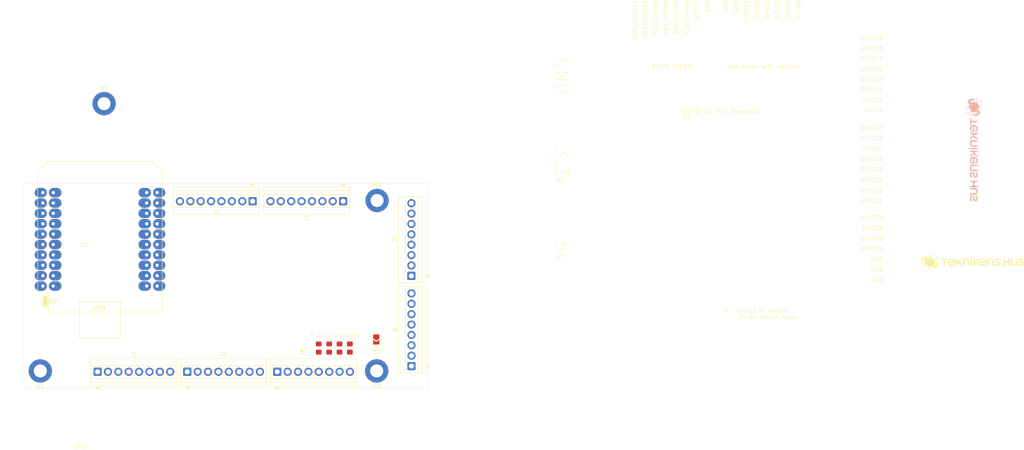
<source format=kicad_pcb>
(kicad_pcb (version 20241229) (generator "pcbnew") (generator_version "9.0")
  (layers (0 "F.Cu" signal) (4 "In1.Cu" signal) (6 "In2.Cu" signal) (2 "B.Cu" signal) (13 "F.Paste" user) (15 "B.Paste" user) (5 "F.SilkS" user "F.Silkscreen") (7 "B.SilkS" user "B.Silkscreen") (1 "F.Mask" user) (3 "B.Mask" user) (25 "Edge.Cuts" user))
  (net 0 "")
  (net 3 "/GPIO5")
  (net 4 "/GPIO3")
  (net 5 "/GPIO0")
  (net 6 "/GPIO12")
  (net 7 "/GPIO1")
  (net 8 "GND")
  (net 9 "/GPIO2")
  (net 10 "/GPIO32")
  (net 11 "/GPIO21")
  (net 12 "/GPIO25")
  (net 13 "/GPIO23")
  (net 14 "/GPIO33")
  (net 15 "/GPIO26")
  (net 16 "/GPIO22")
  (net 17 "/GPIO27")
  (net 18 "/GPIO19")
  (net 19 "/GPIO15")
  (net 20 "/GPIO17")
  (net 21 "/GPIO18")
  (net 22 "/GPIO13")
  (net 23 "/GPIO4")
  (net 24 "/GPIO14")
  (net 25 "/GPIO16")
  (net 26 "/RST")
  (net 27 "+3.3V")
  (net 28 "+5V")
  (net 29 "/GPIO36")
  (net 30 "/GPIO34")
  (net 31 "/GPIO39")
  (net 32 "/GPIO35")
  (net 33 "Net-(JP1-B)")
  (footprint "TerminalBlock:TerminalBlock_Xinya_XY308-2.54-8P_1x08_P2.54mm_Horizontal" (layer "F.Cu") (at 42.21 132.8)
    (property "Reference" "J3" (at 8.89 -4.22 90) (layer "F.SilkS"))
    (property "Value" "Screw_Terminal_Good")
    (pad "1" thru_hole roundrect (at 0 0) (size 2 2) (drill 1.2) (layers "*.Cu" "*.Mask") (roundrect_rratio 0.125) (net 19 "/GPIO15"))
    (pad "2" thru_hole circle (at 2.54 0) (size 2 2) (drill 1.2) (layers "*.Cu" "*.Mask") (net 25 "/GPIO16"))
    (pad "3" thru_hole circle (at 5.08 0) (size 2 2) (drill 1.2) (layers "*.Cu" "*.Mask") (net 20 "/GPIO17"))
    (pad "4" thru_hole circle (at 7.62 0) (size 2 2) (drill 1.2) (layers "*.Cu" "*.Mask") (net 11 "/GPIO21"))
    (pad "5" thru_hole circle (at 10.16 0) (size 2 2) (drill 1.2) (layers "*.Cu" "*.Mask") (net 16 "/GPIO22"))
    (pad "6" thru_hole circle (at 12.7 0) (size 2 2) (drill 1.2) (layers "*.Cu" "*.Mask") (net 23 "/GPIO4"))
    (pad "7" thru_hole circle (at 15.24 0) (size 2 2) (drill 1.2) (layers "*.Cu" "*.Mask") (net 10 "/GPIO32"))
    (pad "8" thru_hole circle (at 17.78 0) (size 2 2) (drill 1.2) (layers "*.Cu" "*.Mask") (net 12 "/GPIO25"))
  )
  (footprint "Resistor_SMD:R_0805_2012Metric_Pad1.20x1.40mm_HandSolder" (layer "F.Cu") (at 96.32 127 -90)
    (property "Reference" "R4" (hide yes))
    (property "Value" "R 10K" (hide yes))
    (pad "1" smd roundrect (at -1 0 270) (size 1.2 1.4) (layers "F.Cu" "F.Mask" "F.Paste") (roundrect_rratio 0.208333) (net 27 "+3.3V"))
    (pad "2" smd roundrect (at 1 0 270) (size 1.2 1.4) (layers "F.Cu" "F.Mask" "F.Paste") (roundrect_rratio 0.208333) (net 30 "/GPIO34"))
  )
  (footprint "Jumper:SolderJumper-2_P1.3mm_Open_TrianglePad1.0x1.5mm" (layer "F.Cu") (at 110.4 124.9 -90)
    (property "Reference" "JP1" (at 2.675 0 180) (layer "F.SilkS"))
    (property "Value" "SolderJumper_2_Open")
    (pad "1" smd custom (at -0.725 0 270) (size 0.3 0.3) (layers "F.Cu" "F.Mask") (net 28 "+5V") (options (clearance outline) (anchor rect)) (primitives (gr_poly (pts (xy 1 0) (xy 0.5 0.75) (xy -0.5 0.75) (xy -0.5 -0.75) (xy 0.5 -0.75)) (width 0) (fill yes))))
    (pad "2" smd custom (at 0.725 0 270) (size 0.3 0.3) (layers "F.Cu" "F.Mask") (net 33 "Net-(JP1-B)") (options (clearance outline) (anchor rect)) (primitives (gr_poly (pts (xy 0.5 0.75) (xy -0.65 0.75) (xy -0.15 0) (xy -0.65 -0.75) (xy 0.5 -0.75)) (width 0) (fill yes))))
  )
  (footprint "Resistor_SMD:R_0805_2012Metric_Pad1.20x1.40mm_HandSolder" (layer "F.Cu") (at 98.86 127 -90)
    (property "Reference" "R3" (hide yes))
    (property "Value" "R 10K" (hide yes))
    (pad "1" smd roundrect (at -1 0 270) (size 1.2 1.4) (layers "F.Cu" "F.Mask" "F.Paste") (roundrect_rratio 0.208333) (net 27 "+3.3V"))
    (pad "2" smd roundrect (at 1 0 270) (size 1.2 1.4) (layers "F.Cu" "F.Mask" "F.Paste") (roundrect_rratio 0.208333) (net 32 "/GPIO35"))
  )
  (footprint "MountingHole:MountingHole_3.2mm_M3_ISO7380_Pad_TopBottom" (layer "F.Cu") (at 110.6 90.9)
    (property "Reference" "H2" (at 0 -3.8 0) (layer "F.SilkS"))
    (property "Value" "MountingHole_Pad GND")
    (pad "1" thru_hole circle (at 0 0) (size 3.6 3.6) (drill 3.2) (layers "*.Cu" "*.Mask") (net 8 "GND"))
    (pad "1" connect circle (at 0 0) (size 5.7 5.7) (layers "F.Cu" "F.Mask") (net 8 "GND"))
    (pad "1" connect circle (at 0 0) (size 5.7 5.7) (layers "B.Cu" "B.Mask") (net 8 "GND"))
  )
  (footprint "TerminalBlock:TerminalBlock_Xinya_XY308-2.54-8P_1x08_P2.54mm_Horizontal" (layer "F.Cu") (at 86.18 132.8)
    (property "Reference" "J8" (at 6.2 -4.7 90) (layer "F.SilkS"))
    (property "Value" "Screw_Terminal_ExternalPullup")
    (pad "1" thru_hole roundrect (at 0 0) (size 2 2) (drill 1.2) (layers "*.Cu" "*.Mask") (roundrect_rratio 0.125) (net 8 "GND"))
    (pad "2" thru_hole circle (at 2.54 0) (size 2 2) (drill 1.2) (layers "*.Cu" "*.Mask") (net 8 "GND"))
    (pad "3" thru_hole circle (at 5.08 0) (size 2 2) (drill 1.2) (layers "*.Cu" "*.Mask") (net 8 "GND"))
    (pad "4" thru_hole circle (at 7.62 0) (size 2 2) (drill 1.2) (layers "*.Cu" "*.Mask") (net 8 "GND"))
    (pad "5" thru_hole circle (at 10.16 0) (size 2 2) (drill 1.2) (layers "*.Cu" "*.Mask") (net 30 "/GPIO34"))
    (pad "6" thru_hole circle (at 12.7 0) (size 2 2) (drill 1.2) (layers "*.Cu" "*.Mask") (net 32 "/GPIO35"))
    (pad "7" thru_hole circle (at 15.24 0) (size 2 2) (drill 1.2) (layers "*.Cu" "*.Mask") (net 29 "/GPIO36"))
    (pad "8" thru_hole circle (at 17.78 0) (size 2 2) (drill 1.2) (layers "*.Cu" "*.Mask") (net 31 "/GPIO39"))
  )
  (footprint "Graphics:teknikenshus-text-logo" (layer "F.Cu") (at 256.3 105.9895)
    (property "Reference" "G***" (hide yes))
    (property "Value" "LOGO" (hide yes))
  )
  (footprint "MountingHole:MountingHole_3.2mm_M3_ISO7380_Pad_TopBottom" (layer "F.Cu") (at 43.8 67.2)
    (property "Reference" "H1" (at 0 -3.8 0) (layer "F.SilkS"))
    (property "Value" "MountingHole_Pad GND")
    (pad "1" thru_hole circle (at 0 0) (size 3.6 3.6) (drill 3.2) (layers "*.Cu" "*.Mask") (net 8 "GND"))
    (pad "1" connect circle (at 0 0) (size 5.7 5.7) (layers "F.Cu" "F.Mask") (net 8 "GND"))
    (pad "1" connect circle (at 0 0) (size 5.7 5.7) (layers "B.Cu" "B.Mask") (net 8 "GND"))
  )
  (footprint "TerminalBlock:TerminalBlock_Xinya_XY308-2.54-8P_1x08_P2.54mm_Horizontal" (layer "F.Cu") (at 102.29 91.0825 180)
    (property "Reference" "J7" (at 8.89 -4.22 90) (layer "F.SilkS"))
    (property "Value" "Screw_Terminal GND")
    (pad "1" thru_hole roundrect (at 0 0 180) (size 2 2) (drill 1.2) (layers "*.Cu" "*.Mask") (roundrect_rratio 0.125) (net 8 "GND"))
    (pad "2" thru_hole circle (at 2.54 0 180) (size 2 2) (drill 1.2) (layers "*.Cu" "*.Mask") (net 8 "GND"))
    (pad "3" thru_hole circle (at 5.08 0 180) (size 2 2) (drill 1.2) (layers "*.Cu" "*.Mask") (net 8 "GND"))
    (pad "4" thru_hole circle (at 7.62 0 180) (size 2 2) (drill 1.2) (layers "*.Cu" "*.Mask") (net 8 "GND"))
    (pad "5" thru_hole circle (at 10.16 0 180) (size 2 2) (drill 1.2) (layers "*.Cu" "*.Mask") (net 8 "GND"))
    (pad "6" thru_hole circle (at 12.7 0 180) (size 2 2) (drill 1.2) (layers "*.Cu" "*.Mask") (net 8 "GND"))
    (pad "7" thru_hole circle (at 15.24 0 180) (size 2 2) (drill 1.2) (layers "*.Cu" "*.Mask") (net 8 "GND"))
    (pad "8" thru_hole circle (at 17.78 0 180) (size 2 2) (drill 1.2) (layers "*.Cu" "*.Mask") (net 8 "GND"))
  )
  (footprint "MountingHole:MountingHole_3.2mm_M3_ISO7380_Pad_TopBottom" (layer "F.Cu") (at 110.5 132.6)
    (property "Reference" "H3" (at 0 3.9 0) (layer "F.SilkS"))
    (property "Value" "MountingHole_Pad Opt 5V")
    (pad "1" thru_hole circle (at 0 0) (size 3.6 3.6) (drill 3.2) (layers "*.Cu" "*.Mask") (net 33 "Net-(JP1-B)"))
    (pad "1" connect circle (at 0 0) (size 5.7 5.7) (layers "F.Cu" "F.Mask") (net 33 "Net-(JP1-B)"))
    (pad "1" connect circle (at 0 0) (size 5.7 5.7) (layers "B.Cu" "B.Mask") (net 33 "Net-(JP1-B)"))
  )
  (footprint "TerminalBlock:TerminalBlock_Xinya_XY308-2.54-8P_1x08_P2.54mm_Horizontal" (layer "F.Cu") (at 119 109.34 90)
    (property "Reference" "J5" (at 8.89 -4.22 0) (layer "F.SilkS"))
    (property "Value" "Screw_Terminal 3.3V")
    (pad "1" thru_hole roundrect (at 0 0 90) (size 2 2) (drill 1.2) (layers "*.Cu" "*.Mask") (roundrect_rratio 0.125) (net 27 "+3.3V"))
    (pad "2" thru_hole circle (at 2.54 0 90) (size 2 2) (drill 1.2) (layers "*.Cu" "*.Mask") (net 27 "+3.3V"))
    (pad "3" thru_hole circle (at 5.08 0 90) (size 2 2) (drill 1.2) (layers "*.Cu" "*.Mask") (net 27 "+3.3V"))
    (pad "4" thru_hole circle (at 7.62 0 90) (size 2 2) (drill 1.2) (layers "*.Cu" "*.Mask") (net 27 "+3.3V"))
    (pad "5" thru_hole circle (at 10.16 0 90) (size 2 2) (drill 1.2) (layers "*.Cu" "*.Mask") (net 27 "+3.3V"))
    (pad "6" thru_hole circle (at 12.7 0 90) (size 2 2) (drill 1.2) (layers "*.Cu" "*.Mask") (net 27 "+3.3V"))
    (pad "7" thru_hole circle (at 15.24 0 90) (size 2 2) (drill 1.2) (layers "*.Cu" "*.Mask") (net 27 "+3.3V"))
    (pad "8" thru_hole circle (at 17.78 0 90) (size 2 2) (drill 1.2) (layers "*.Cu" "*.Mask") (net 27 "+3.3V"))
  )
  (footprint "MountingHole:MountingHole_3.2mm_M3_ISO7380_Pad_TopBottom" (layer "F.Cu") (at 28.2 132.6)
    (property "Reference" "H4" (at 0 4 0) (layer "F.SilkS"))
    (property "Value" "MountingHole_Pad Opt 5V")
    (pad "1" thru_hole circle (at 0 0) (size 3.6 3.6) (drill 3.2) (layers "*.Cu" "*.Mask") (net 33 "Net-(JP1-B)"))
    (pad "1" connect circle (at 0 0) (size 5.7 5.7) (layers "F.Cu" "F.Mask") (net 33 "Net-(JP1-B)"))
    (pad "1" connect circle (at 0 0) (size 5.7 5.7) (layers "B.Cu" "B.Mask") (net 33 "Net-(JP1-B)"))
  )
  (footprint "TerminalBlock:TerminalBlock_Xinya_XY308-2.54-8P_1x08_P2.54mm_Horizontal" (layer "F.Cu") (at 80.14 91.0825 180)
    (property "Reference" "J1" (at 8.89 -2.4 0) (layer "F.SilkS"))
    (property "Value" "Screw_Terminal_Caution")
    (pad "1" thru_hole roundrect (at 0 0 180) (size 2 2) (drill 1.2) (layers "*.Cu" "*.Mask") (roundrect_rratio 0.125) (net 5 "/GPIO0"))
    (pad "2" thru_hole circle (at 2.54 0 180) (size 2 2) (drill 1.2) (layers "*.Cu" "*.Mask") (net 7 "/GPIO1"))
    (pad "3" thru_hole circle (at 5.08 0 180) (size 2 2) (drill 1.2) (layers "*.Cu" "*.Mask") (net 9 "/GPIO2"))
    (pad "4" thru_hole circle (at 7.62 0 180) (size 2 2) (drill 1.2) (layers "*.Cu" "*.Mask") (net 4 "/GPIO3"))
    (pad "5" thru_hole circle (at 10.16 0 180) (size 2 2) (drill 1.2) (layers "*.Cu" "*.Mask") (net 3 "/GPIO5"))
    (pad "6" thru_hole circle (at 12.7 0 180) (size 2 2) (drill 1.2) (layers "*.Cu" "*.Mask") (net 6 "/GPIO12"))
    (pad "7" thru_hole circle (at 15.24 0 180) (size 2 2) (drill 1.2) (layers "*.Cu" "*.Mask") (net 26 "/RST"))
    (pad "8" thru_hole circle (at 17.78 0 180) (size 2 2) (drill 1.2) (layers "*.Cu" "*.Mask") (net 8 "GND"))
  )
  (footprint "TerminalBlock:TerminalBlock_Xinya_XY308-2.54-8P_1x08_P2.54mm_Horizontal" (layer "F.Cu") (at 64.16 132.8)
    (property "Reference" "J2" (at 8.89 -4.22 90) (layer "F.SilkS"))
    (property "Value" "Screw_Terminal_Good")
    (pad "1" thru_hole roundrect (at 0 0) (size 2 2) (drill 1.2) (layers "*.Cu" "*.Mask") (roundrect_rratio 0.125) (net 17 "/GPIO27"))
    (pad "2" thru_hole circle (at 2.54 0) (size 2 2) (drill 1.2) (layers "*.Cu" "*.Mask") (net 22 "/GPIO13"))
    (pad "3" thru_hole circle (at 5.08 0) (size 2 2) (drill 1.2) (layers "*.Cu" "*.Mask") (net 13 "/GPIO23"))
    (pad "4" thru_hole circle (at 7.62 0) (size 2 2) (drill 1.2) (layers "*.Cu" "*.Mask") (net 18 "/GPIO19"))
    (pad "5" thru_hole circle (at 10.16 0) (size 2 2) (drill 1.2) (layers "*.Cu" "*.Mask") (net 21 "/GPIO18"))
    (pad "6" thru_hole circle (at 12.7 0) (size 2 2) (drill 1.2) (layers "*.Cu" "*.Mask") (net 15 "/GPIO26"))
    (pad "7" thru_hole circle (at 15.24 0) (size 2 2) (drill 1.2) (layers "*.Cu" "*.Mask") (net 14 "/GPIO33"))
    (pad "8" thru_hole circle (at 17.78 0) (size 2 2) (drill 1.2) (layers "*.Cu" "*.Mask") (net 24 "/GPIO14"))
  )
  (footprint "TerminalBlock:TerminalBlock_Xinya_XY308-2.54-8P_1x08_P2.54mm_Horizontal" (layer "F.Cu") (at 119.0175 131.41 90)
    (property "Reference" "J6" (at 8.89 -4.22 0) (layer "F.SilkS"))
    (property "Value" "Screw_Terminal 5V")
    (pad "1" thru_hole roundrect (at 0 0 90) (size 2 2) (drill 1.2) (layers "*.Cu" "*.Mask") (roundrect_rratio 0.125) (net 28 "+5V"))
    (pad "2" thru_hole circle (at 2.54 0 90) (size 2 2) (drill 1.2) (layers "*.Cu" "*.Mask") (net 28 "+5V"))
    (pad "3" thru_hole circle (at 5.08 0 90) (size 2 2) (drill 1.2) (layers "*.Cu" "*.Mask") (net 28 "+5V"))
    (pad "4" thru_hole circle (at 7.62 0 90) (size 2 2) (drill 1.2) (layers "*.Cu" "*.Mask") (net 28 "+5V"))
    (pad "5" thru_hole circle (at 10.16 0 90) (size 2 2) (drill 1.2) (layers "*.Cu" "*.Mask") (net 28 "+5V"))
    (pad "6" thru_hole circle (at 12.7 0 90) (size 2 2) (drill 1.2) (layers "*.Cu" "*.Mask") (net 28 "+5V"))
    (pad "7" thru_hole circle (at 15.24 0 90) (size 2 2) (drill 1.2) (layers "*.Cu" "*.Mask") (net 28 "+5V"))
    (pad "8" thru_hole circle (at 17.78 0 90) (size 2 2) (drill 1.2) (layers "*.Cu" "*.Mask") (net 28 "+5V"))
  )
  (footprint "ESP32 D1 Mini:esp32-wemos-d1-mini" (layer "F.Cu") (at 42.8 100.4)
    (property "Reference" "U1" (at -3.81 1.27 0) (layer "F.SilkS"))
    (property "Value" "esp32-wemos-d1-mini")
    (fp_text user "RST" (at -11.27 15.24 0) (layer "F.SilkS"))
    (fp_text user "USB" (at -0.07 16.77 0) (layer "F.SilkS"))
    (pad "1" thru_hole oval (at -13.97 -11.43 270) (size 2.3 2.97) (drill 0.8 (offset 0 0.515)) (layers "*.Cu" "*.Mask") (net 8 "GND"))
    (pad "2" thru_hole oval (at -11.43 -11.43 270) (size 2.3 3.07) (drill 0.8 (offset 0 -0.465)) (layers "*.Cu" "*.Mask") (net 26 "/RST"))
    (pad "3" thru_hole oval (at -13.97 -8.89 270) (size 2.3 2.97) (drill 0.8 (offset 0 0.515)) (layers "*.Cu" "*.Mask"))
    (pad "4" thru_hole oval (at -11.43 -8.89 270) (size 2.3 3.07) (drill 0.8 (offset 0 -0.465)) (layers "*.Cu" "*.Mask") (net 29 "/GPIO36"))
    (pad "5" thru_hole oval (at -13.97 -6.35 270) (size 2.3 2.97) (drill 0.8 (offset 0 0.515)) (layers "*.Cu" "*.Mask") (net 31 "/GPIO39"))
    (pad "6" thru_hole oval (at -11.43 -6.35 270) (size 2.3 3.07) (drill 0.8 (offset 0 -0.465)) (layers "*.Cu" "*.Mask") (net 15 "/GPIO26"))
    (pad "7" thru_hole oval (at -13.97 -3.81 270) (size 2.3 2.97) (drill 0.8 (offset 0 0.515)) (layers "*.Cu" "*.Mask") (net 32 "/GPIO35"))
    (pad "8" thru_hole oval (at -11.43 -3.81 270) (size 2.3 3.07) (drill 0.8 (offset 0 -0.465)) (layers "*.Cu" "*.Mask") (net 21 "/GPIO18"))
    (pad "9" thru_hole oval (at -13.97 -1.27 270) (size 2.3 2.97) (drill 0.8 (offset 0 0.515)) (layers "*.Cu" "*.Mask") (net 14 "/GPIO33"))
    (pad "10" thru_hole oval (at -11.43 -1.27 270) (size 2.3 3.07) (drill 0.8 (offset 0 -0.465)) (layers "*.Cu" "*.Mask") (net 18 "/GPIO19"))
    (pad "11" thru_hole oval (at -13.97 1.27 270) (size 2.3 2.97) (drill 0.8 (offset 0 0.515)) (layers "*.Cu" "*.Mask") (net 30 "/GPIO34"))
    (pad "12" thru_hole oval (at -11.43 1.27 270) (size 2.3 3.07) (drill 0.8 (offset 0 -0.465)) (layers "*.Cu" "*.Mask") (net 13 "/GPIO23"))
    (pad "13" thru_hole oval (at -13.97 3.81 270) (size 2.3 2.97) (drill 0.8 (offset 0 0.515)) (layers "*.Cu" "*.Mask") (net 24 "/GPIO14"))
    (pad "14" thru_hole oval (at -11.43 3.81 270) (size 2.3 3.07) (drill 0.8 (offset 0 -0.465)) (layers "*.Cu" "*.Mask") (net 3 "/GPIO5"))
    (pad "15" thru_hole oval (at -13.97 6.35 270) (size 2.3 2.97) (drill 0.8 (offset 0 0.515)) (layers "*.Cu" "*.Mask"))
    (pad "16" thru_hole oval (at -11.43 6.35 270) (size 2.3 3.07) (drill 0.8 (offset 0 -0.465)) (layers "*.Cu" "*.Mask") (net 27 "+3.3V"))
    (pad "17" thru_hole oval (at -13.97 8.89 270) (size 2.3 2.97) (drill 0.8 (offset 0 0.515)) (layers "*.Cu" "*.Mask"))
    (pad "18" thru_hole oval (at -11.43 8.89 270) (size 2.3 3.07) (drill 0.8 (offset 0 -0.465)) (layers "*.Cu" "*.Mask") (net 22 "/GPIO13"))
    (pad "19" thru_hole oval (at -13.97 11.43 270) (size 2.3 2.97) (drill 0.8 (offset 0 0.515)) (layers "*.Cu" "*.Mask"))
    (pad "20" thru_hole oval (at -11.43 11.43 270) (size 2.3 3.07) (drill 0.8 (offset 0 -0.465)) (layers "*.Cu" "*.Mask"))
    (pad "21" thru_hole oval (at 11.43 -11.43 270) (size 2.3 3.07) (drill 0.8 (offset 0 0.465)) (layers "*.Cu" "*.Mask") (net 4 "/GPIO3"))
    (pad "22" thru_hole oval (at 13.97 -11.43 270) (size 2.3 2.97) (drill 0.8 (offset 0 -0.515)) (layers "*.Cu" "*.Mask") (net 8 "GND"))
    (pad "23" thru_hole oval (at 11.43 -8.89 270) (size 2.3 3.07) (drill 0.8 (offset 0 0.465)) (layers "*.Cu" "*.Mask") (net 7 "/GPIO1"))
    (pad "24" thru_hole oval (at 13.97 -8.89 270) (size 2.3 2.97) (drill 0.8 (offset 0 -0.515)) (layers "*.Cu" "*.Mask") (net 17 "/GPIO27"))
    (pad "25" thru_hole oval (at 11.43 -6.35 270) (size 2.3 3.07) (drill 0.8 (offset 0 0.465)) (layers "*.Cu" "*.Mask") (net 16 "/GPIO22"))
    (pad "26" thru_hole oval (at 13.97 -6.35 270) (size 2.3 2.97) (drill 0.8 (offset 0 -0.515)) (layers "*.Cu" "*.Mask") (net 12 "/GPIO25"))
    (pad "27" thru_hole oval (at 11.43 -3.81 270) (size 2.3 3.07) (drill 0.8 (offset 0 0.465)) (layers "*.Cu" "*.Mask") (net 11 "/GPIO21"))
    (pad "28" thru_hole oval (at 13.97 -3.81 270) (size 2.3 2.97) (drill 0.8 (offset 0 -0.515)) (layers "*.Cu" "*.Mask") (net 10 "/GPIO32"))
    (pad "29" thru_hole oval (at 11.43 -1.27 270) (size 2.3 3.07) (drill 0.8 (offset 0 0.465)) (layers "*.Cu" "*.Mask") (net 20 "/GPIO17"))
    (pad "30" thru_hole oval (at 13.97 -1.27 270) (size 2.3 2.97) (drill 0.8 (offset 0 -0.515)) (layers "*.Cu" "*.Mask") (net 6 "/GPIO12"))
    (pad "31" thru_hole oval (at 11.43 1.27 270) (size 2.3 3.07) (drill 0.8 (offset 0 0.465)) (layers "*.Cu" "*.Mask") (net 25 "/GPIO16"))
    (pad "32" thru_hole oval (at 13.97 1.27 270) (size 2.3 2.97) (drill 0.8 (offset 0 -0.515)) (layers "*.Cu" "*.Mask") (net 23 "/GPIO4"))
    (pad "33" thru_hole oval (at 11.43 3.81 270) (size 2.3 3.07) (drill 0.8 (offset 0 0.465)) (layers "*.Cu" "*.Mask") (net 8 "GND"))
    (pad "34" thru_hole oval (at 13.97 3.81 270) (size 2.3 2.97) (drill 0.8 (offset 0 -0.515)) (layers "*.Cu" "*.Mask") (net 5 "/GPIO0"))
    (pad "35" thru_hole oval (at 11.43 6.35 270) (size 2.3 3.07) (drill 0.8 (offset 0 0.465)) (layers "*.Cu" "*.Mask") (net 28 "+5V"))
    (pad "36" thru_hole oval (at 13.97 6.35 270) (size 2.3 2.97) (drill 0.8 (offset 0 -0.515)) (layers "*.Cu" "*.Mask") (net 9 "/GPIO2"))
    (pad "37" thru_hole oval (at 11.43 8.89 270) (size 2.3 3.07) (drill 0.8 (offset 0 0.465)) (layers "*.Cu" "*.Mask") (net 19 "/GPIO15"))
    (pad "38" thru_hole oval (at 13.97 8.89 270) (size 2.3 2.97) (drill 0.8 (offset 0 -0.515)) (layers "*.Cu" "*.Mask"))
    (pad "39" thru_hole oval (at 11.43 11.43 270) (size 2.3 3.07) (drill 0.8 (offset 0 0.465)) (layers "*.Cu" "*.Mask"))
    (pad "40" thru_hole oval (at 13.97 11.43 270) (size 2.3 2.97) (drill 0.8 (offset 0 -0.515)) (layers "*.Cu" "*.Mask"))
  )
  (footprint "Resistor_SMD:R_0805_2012Metric_Pad1.20x1.40mm_HandSolder" (layer "F.Cu") (at 103.94 127 -90)
    (property "Reference" "R1" (hide yes))
    (property "Value" "R 10K" (hide yes))
    (pad "1" smd roundrect (at -1 0 270) (size 1.2 1.4) (layers "F.Cu" "F.Mask" "F.Paste") (roundrect_rratio 0.208333) (net 27 "+3.3V"))
    (pad "2" smd roundrect (at 1 0 270) (size 1.2 1.4) (layers "F.Cu" "F.Mask" "F.Paste") (roundrect_rratio 0.208333) (net 31 "/GPIO39"))
  )
  (footprint "Resistor_SMD:R_0805_2012Metric_Pad1.20x1.40mm_HandSolder" (layer "F.Cu") (at 101.4 127 -90)
    (property "Reference" "R2" (hide yes))
    (property "Value" "R 10K" (hide yes))
    (pad "1" smd roundrect (at -1 0 270) (size 1.2 1.4) (layers "F.Cu" "F.Mask" "F.Paste") (roundrect_rratio 0.208333) (net 27 "+3.3V"))
    (pad "2" smd roundrect (at 1 0 270) (size 1.2 1.4) (layers "F.Cu" "F.Mask" "F.Paste") (roundrect_rratio 0.208333) (net 29 "/GPIO36"))
  )
  (footprint "Graphics:teknikenshus-text-logo" (layer "B.Cu") (at 256.6 78.5 -90)
    (property "Reference" "G***" (hide yes))
    (property "Value" "LOGO" (hide yes))
  )
  (gr_rect (start 24.2 86.8) (end 123.2 136.8) (stroke (width 0.05)) (fill no) (layer "Edge.Cuts"))
  (gr_text "SD3/GPIO10" (at 176.817 51.341881 90) (layer "F.SilkS") (effects (font (size 1 1) (thickness 0.1)) (justify left bottom)))
  (gr_text "5v" (at 154.0175 100.6895 270) (layer "F.SilkS") (effects (font (size 3 3) (thickness 0.1)) (justify left bottom)))
  (gr_text "GND" (at 231.3175 110.889 0) (layer "F.SilkS") (effects (font (size 1 1) (thickness 0.1)) (justify left bottom)))
  (gr_text "GPIO13\n" (at 228.8175 66.989 0) (layer "F.SilkS") (effects (font (size 1 1) (thickness 0.1)) (justify left bottom)))
  (gr_text "GND" (at 199.017 45.008548 90) (layer "F.SilkS") (effects (font (size 1 1) (thickness 0.1)) (justify left bottom)))
  (gr_text "GND" (at 192.0175 44.9895 90) (layer "F.SilkS") (effects (font (size 1 1) (thickness 0.1)) (justify left bottom)))
  (gr_text "GND" (at 196.477 45.008548 90) (layer "F.SilkS") (effects (font (size 1 1) (thickness 0.1)) (justify left bottom)))
  (gr_text "V1" (at 185.3175 71.2895 0) (layer "F.SilkS") (effects (font (size 1 1) (thickness 0.1)) (justify left bottom)))
  (gr_text "GPIO36\n" (at 228.936548 98.189 0) (layer "F.SilkS") (effects (font (size 1 1) (thickness 0.1)) (justify left bottom)))
  (gr_text "GND" (at 154.0175 55.7895 270) (layer "F.SilkS") (effects (font (size 3 3) (thickness 0.1)) (justify left bottom)))
  (gr_text "SD1/GPIO8" (at 181.897 50.3895 90) (layer "F.SilkS") (effects (font (size 1 1) (thickness 0.1)) (justify left bottom)))
  (gr_text "GPIO39" (at 228.936548 95.649 0) (layer "F.SilkS") (effects (font (size 1 1) (thickness 0.1)) (justify left bottom)))
  (gr_text "Pullup resistors" (at 94.22 124.5 0) (layer "F.SilkS") (effects (font (size 1 1) (thickness 0.1)) (justify left bottom)))
  (gr_text "3.3v" (at 154.0175 77.6895 270) (layer "F.SilkS") (effects (font (size 3 3) (thickness 0.1)) (justify left bottom)))
  (gr_text "GND" (at 36.3 151.8 0) (layer "F.SilkS") (effects (font (size 1 1) (thickness 0.1)) (justify left bottom)))
  (gr_text "GPIO3" (at 206.637 46.437119 90) (layer "F.SilkS") (effects (font (size 1 1) (thickness 0.1)) (justify left bottom)))
  (gr_text "GPIO22" (at 228.8175 88.9895 0) (layer "F.SilkS") (effects (font (size 1 1) (thickness 0.1)) (justify left bottom)))
  (gr_text "CMD/GPIO11" (at 174.277 51.579976 90) (layer "F.SilkS") (effects (font (size 1 1) (thickness 0.1)) (justify left bottom)))
  (gr_text "GPIO25\n" (at 228.8175 83.9095 0) (layer "F.SilkS") (effects (font (size 1 1) (thickness 0.1)) (justify left bottom)))
  (gr_text "GPIO18" (at 228.8175 54.289 0) (layer "F.SilkS") (effects (font (size 1 1) (thickness 0.1)) (justify left bottom)))
  (gr_text "GPIO26\n" (at 228.8175 81.3695 0) (layer "F.SilkS") (effects (font (size 1 1) (thickness 0.1)) (justify left bottom)))
  (gr_text "GPIO17" (at 228.8175 56.829 0) (layer "F.SilkS") (effects (font (size 1 1) (thickness 0.1)) (justify left bottom)))
  (gr_text "GND" (at 231.3175 108.349 0) (layer "F.SilkS") (effects (font (size 1 1) (thickness 0.1)) (justify left bottom)))
  (gr_text "GPIO4" (at 229.769881 69.529 0) (layer "F.SilkS") (effects (font (size 1 1) (thickness 0.1)) (justify left bottom)))
  (gr_text "CLK/GPIO6" (at 186.977 50.294262 90) (layer "F.SilkS") (effects (font (size 1 1) (thickness 0.1)) (justify left bottom)))
  (gr_text "^ AVOID THESE!" (at 176.4175 58.6895 0) (layer "F.SilkS") (effects (font (size 1 1) (thickness 0.1)) (justify left bottom)))
  (gr_text "GPIO21\n" (at 228.8175 91.529 0) (layer "F.SilkS") (effects (font (size 1 1) (thickness 0.1)) (justify left bottom)))
  (gr_text "GPIO12" (at 201.557 47.3895 90) (layer "F.SilkS") (effects (font (size 1 1) (thickness 0.1)) (justify left bottom)))
  (gr_text "SD2/GPIO9" (at 179.357 50.3895 90) (layer "F.SilkS") (effects (font (size 1 1) (thickness 0.1)) (justify left bottom)))
  (gr_text "GPIO16\n" (at 228.8175 59.369 0) (layer "F.SilkS") (effects (font (size 1 1) (thickness 0.1)) (justify left bottom)))
  (gr_text "GPIO5" (at 204.097 46.437119 90) (layer "F.SilkS") (effects (font (size 1 1) (thickness 0.1)) (justify left bottom)))
  (gr_text "GPIO15" (at 228.8175 61.909 0) (layer "F.SilkS") (effects (font (size 1 1) (thickness 0.1)) (justify left bottom)))
  (gr_text "RESET" (at 189.517 46.484739 90) (layer "F.SilkS") (effects (font (size 1 1) (thickness 0.1)) (justify left bottom)))
  (gr_text "^ Use these with caution" (at 195.0175 58.6895 0) (layer "F.SilkS") (effects (font (size 1 1) (thickness 0.1)) (justify left bottom)))
  (gr_text "GPIO19" (at 228.8175 51.749 0) (layer "F.SilkS") (effects (font (size 1 1) (thickness 0.1)) (justify left bottom)))
  (gr_text "GPIO14\n" (at 228.8175 64.449 0) (layer "F.SilkS") (effects (font (size 1 1) (thickness 0.1)) (justify left bottom)))
  (gr_text "GPIO32" (at 228.8175 76.2895 0) (layer "F.SilkS") (effects (font (size 1 1) (thickness 0.1)) (justify left bottom)))
  (gr_text "SD0/GPIO7" (at 184.437 50.3895 90) (layer "F.SilkS") (effects (font (size 1 1) (thickness 0.1)) (justify left bottom)))
  (gr_text "GPIO1" (at 211.717 46.437119 90) (layer "F.SilkS") (effects (font (size 1 1) (thickness 0.1)) (justify left bottom)))
  (gr_text "GPIO35" (at 228.936548 100.729 0) (layer "F.SilkS") (effects (font (size 1 1) (thickness 0.1)) (justify left bottom)))
  (gr_text "GPIO33" (at 228.8175 73.7495 0) (layer "F.SilkS") (effects (font (size 1 1) (thickness 0.1)) (justify left bottom)))
  (gr_text "<- Bridge to enable\n	5V on mount holes" (at 195.2175 119.9895 0) (layer "F.SilkS") (effects (font (size 1 1) (thickness 0.1)) (justify left bottom)))
  (gr_text "GPIO2" (at 209.177 46.437119 90) (layer "F.SilkS") (effects (font (size 1 1) (thickness 0.1)) (justify left bottom)))
  (gr_text "ESP32 D1 Mini Breakout" (at 185.1175 69.6895 0) (layer "F.SilkS") (effects (font (size 1 1) (thickness 0.1)) (justify left bottom)))
  (gr_text "GPIO23" (at 228.8175 86.4495 0) (layer "F.SilkS") (effects (font (size 1 1) (thickness 0.1)) (justify left bottom)))
  (gr_text "GPIO34" (at 228.936548 103.269 0) (layer "F.SilkS") (effects (font (size 1 1) (thickness 0.1)) (justify left bottom)))
  (gr_text "GPIO0" (at 214.257 46.437119 90) (layer "F.SilkS") (effects (font (size 1 1) (thickness 0.1)) (justify left bottom)))
  (gr_text "GPIO27" (at 228.8175 78.8295 0) (layer "F.SilkS") (effects (font (size 1 1) (thickness 0.1)) (justify left bottom)))
  (gr_text "GND" (at 231.3175 105.809 0) (layer "F.SilkS") (effects (font (size 1 1) (thickness 0.1)) (justify left bottom)))
)
</source>
